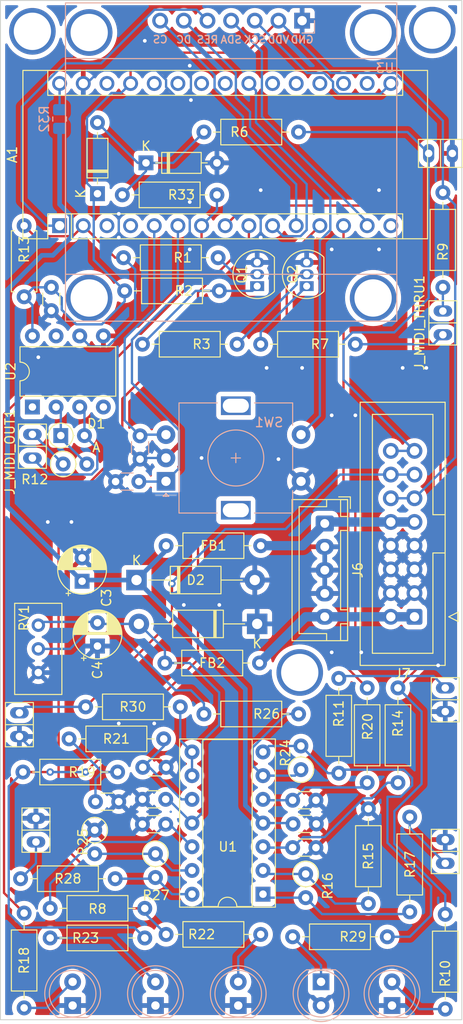
<source format=kicad_pcb>
(kicad_pcb (version 20211014) (generator pcbnew)
  (layers (0 "F.Cu" signal) (31 "B.Cu" signal) (34 "B.Paste" user) (35 "F.Paste" user) (36 "B.SilkS" user "B.Silkscreen") (37 "F.SilkS" user "F.Silkscreen") (38 "B.Mask" user) (39 "F.Mask" user) (44 "Edge.Cuts" user))
  (net 0 "")
  (net 1 "MIDI RX")
  (net 3 "SPI Reset")
  (net 5 "Encoder CLK")
  (net 6 "Encoder DT")
  (net 7 "Gate Pin")
  (net 8 "Velocity PWM")
  (net 9 "Mod Wheel PWM")
  (net 10 "SPI DC")
  (net 11 "SPI CS")
  (net 12 "V{slash}oct PWM")
  (net 13 "Pitch Wheel PWM")
  (net 14 "SPI MOSI")
  (net 16 "SPI SLK")
  (net 22 "Encoder Button")
  (net 27 "+5V")
  (net 29 "Earth")
  (net 30 "+12V")
  (net 31 "-12V")
  (net 32 "Net-(C6-Pad1)")
  (net 33 "Net-(C7-Pad1)")
  (net 34 "Net-(C8-Pad1)")
  (net 35 "Net-(C9-Pad1)")
  (net 36 "Net-(C10-Pad1)")
  (net 37 "Net-(D1-Pad1)")
  (net 38 "Net-(D1-Pad2)")
  (net 39 "Net-(D4-Pad2)")
  (net 40 "Net-(J_MIDI_OUT1-Pad4)")
  (net 41 "Net-(J_MIDI_THRU1-Pad4)")
  (net 42 "Net-(J_MIDI_THRU1-Pad5)")
  (net 43 "Net-(LED_MOD1-Pad2)")
  (net 44 "Net-(LED_V/oct1-Pad2)")
  (net 45 "Net-(LED_VELOCITY1-Pad2)")
  (net 46 "Net-(Q1-Pad1)")
  (net 47 "Net-(Q1-Pad2)")
  (net 48 "Net-(Q2-Pad1)")
  (net 49 "Net-(Q2-Pad2)")
  (net 50 "12V In")
  (net 51 "-12V In")
  (net 52 "Net-(R11-Pad1)")
  (net 53 "Net-(J3-PadT)")
  (net 54 "Net-(R15-Pad2)")
  (net 55 "Net-(R16-Pad2)")
  (net 56 "Net-(J1-PadT)")
  (net 57 "Net-(R24-Pad1)")
  (net 58 "Net-(R25-Pad2)")
  (net 59 "Net-(R26-Pad1)")
  (net 60 "Net-(R27-Pad2)")
  (net 61 "Net-(J4-PadT)")
  (net 62 "Net-(R30-Pad1)")
  (net 65 "Net-(A1-Pad30)")
  (net 66 "V{slash}oct  Out")
  (net 67 "Gate  Out")
  (net 68 "Net-(D5-Pad2)")
  (net 69 "Net-(LED_Bend1-Pad1)")
  (footprint "" (layer "F.Cu") (at 170.815 70.485)
    (fp_text reference "")
    (fp_text value "")
  )
  (footprint "Capacitor_THT:C_Disc_D3.0mm_W1.6mm_P2.50mm" (layer "F.Cu") (at 134.66 153.162)
    (fp_text reference "C7" hide)
    (fp_text value "100nF" hide)
  )
  (footprint "Library:SIP-2" (layer "F.Cu") (at 171.958 101.854 -90)
    (fp_text reference "J_MIDI_THRU1")
    (fp_text value "DIN-5_180degree" hide)
  )
  (footprint "Capacitor_THT:C_Disc_D3.0mm_W1.6mm_P2.50mm" (layer "F.Cu") (at 139.7 152.908)
    (fp_text reference "C2" hide)
    (fp_text value "100nF" hide)
  )
  (footprint "Resistor_THT:R_Axial_DIN0207_L6.3mm_D2.5mm_P2.54mm_Vertical" (layer "F.Cu") (at 156.718 149.733 90)
    (fp_text reference "R24")
    (fp_text value "100k")
  )
  (footprint "Library:Jack breakcout cables" (layer "F.Cu") (at 172.212 158.496 90)
    (fp_text reference "J1" hide)
    (fp_text value "Velocity")
  )
  (footprint "Library:Jack breakcout cables" (layer "F.Cu") (at 128.27 156.21 90)
    (fp_text reference "J4" hide)
    (fp_text value "MOD WHEEL")
  )
  (footprint "Resistor_THT:R_Axial_DIN0207_L6.3mm_D2.5mm_P10.16mm_Horizontal" (layer "F.Cu") (at 136.779 161.417 180)
    (fp_text reference "R28")
    (fp_text value "1k")
  )
  (footprint "Package_TO_SOT_THT:TO-92_Inline" (layer "F.Cu") (at 157.332 97.917 90)
    (fp_text reference "Q2")
    (fp_text value "BC548")
  )
  (footprint "Library:SIP-2" (layer "F.Cu") (at 127.889 115.072 -90)
    (fp_text reference "J_MIDI_OUT1")
    (fp_text value "DIN-5_180degree" hide)
  )
  (footprint "Capacitor_THT:C_Disc_D3.0mm_W1.6mm_P2.50mm" (layer "F.Cu") (at 155.829 158.086)
    (fp_text reference "C6" hide)
    (fp_text value "100nF" hide)
  )
  (footprint "Resistor_THT:R_Axial_DIN0207_L6.3mm_D2.5mm_P2.54mm_Vertical" (layer "F.Cu") (at 131.191 116.977)
    (fp_text reference "R12")
    (fp_text value "220R")
  )
  (footprint "Library:Jack breakcout cables" (layer "F.Cu") (at 126.492 144.907 -90)
    (fp_text reference "J5" hide)
    (fp_text value "V/oct OUT")
  )
  (footprint "Resistor_THT:R_Axial_DIN0207_L6.3mm_D2.5mm_P10.16mm_Horizontal" (layer "F.Cu") (at 147.955 98.425 180)
    (fp_text reference "R2")
    (fp_text value "2k")
  )
  (footprint "Resistor_THT:R_Axial_DIN0207_L6.3mm_D2.5mm_P10.16mm_Horizontal" (layer "F.Cu") (at 131.826 146.431)
    (fp_text reference "R21")
    (fp_text value "10k")
  )
  (footprint "Capacitor_THT:C_Disc_D3.0mm_W1.6mm_P2.50mm" (layer "F.Cu") (at 155.829 153.006)
    (fp_text reference "C9" hide)
    (fp_text value "100nF" hide)
  )
  (footprint "Capacitor_THT:CP_Radial_D5.0mm_P2.50mm" (layer "F.Cu") (at 133.223 129.54 90)
    (fp_text reference "C3")
    (fp_text value "22uF")
  )
  (footprint "Resistor_THT:R_Axial_DIN0207_L6.3mm_D2.5mm_P2.54mm_Vertical" (layer "F.Cu") (at 157.226 160.909 -90)
    (fp_text reference "R16")
    (fp_text value "100k")
  )
  (footprint "Resistor_THT:R_Axial_DIN0207_L6.3mm_D2.5mm_P2.54mm_Vertical" (layer "F.Cu") (at 141.097 158.75 -90)
    (fp_text reference "R27")
    (fp_text value "100k")
  )
  (footprint "Resistor_THT:R_Axial_DIN0207_L6.3mm_D2.5mm_P10.16mm_Horizontal" (layer "F.Cu") (at 160.782 150.114 90)
    (fp_text reference "R11")
    (fp_text value "1k")
  )
  (footprint "Library:Jack breakcout cables" (layer "F.Cu") (at 172.212 142.24 -90)
    (fp_text reference "J3" hide)
    (fp_text value "Bend Out")
  )
  (footprint "Resistor_THT:R_Axial_DIN0207_L6.3mm_D2.5mm_P10.16mm_Horizontal" (layer "F.Cu") (at 163.83 140.97 -90)
    (fp_text reference "R20")
    (fp_text value "10k")
  )
  (footprint "Resistor_THT:R_Axial_DIN0207_L6.3mm_D2.5mm_P10.16mm_Horizontal" (layer "F.Cu") (at 143.764 143.002 180)
    (fp_text reference "R30")
    (fp_text value "1k")
  )
  (footprint "Diode_THT:D_DO-35_SOD27_P7.62mm_Horizontal" (layer "F.Cu") (at 134.874 88.011 90)
    (fp_text reference "D5" hide)
    (fp_text value "BAT43")
  )
  (footprint "Resistor_THT:R_Axial_DIN0207_L6.3mm_D2.5mm_P10.16mm_Horizontal" (layer "F.Cu") (at 162.56 104.14 180)
    (fp_text reference "R7")
    (fp_text value "220R")
  )
  (footprint "Resistor_THT:R_Axial_DIN0207_L6.3mm_D2.5mm_P10.16mm_Horizontal" (layer "F.Cu") (at 146.304 143.764)
    (fp_text reference "R26")
    (fp_text value "100k")
  )
  (footprint "Resistor_THT:R_Axial_DIN0207_L6.3mm_D2.5mm_P10.16mm_Horizontal" (layer "F.Cu") (at 147.828 94.869 180)
    (fp_text reference "R1")
    (fp_text value "1k")
  )
  (footprint "Capacitor_THT:C_Disc_D3.0mm_W1.6mm_P2.50mm" (layer "F.Cu") (at 142.2 155.575 180)
    (fp_text reference "C8" hide)
    (fp_text value "100nF" hide)
  )
  (footprint "Capacitor_THT:C_Disc_D3.0mm_W1.6mm_P2.50mm" (layer "F.Cu") (at 139.74 149.479)
    (fp_text reference "C10" hide)
    (fp_text value "100nF" hide)
  )
  (footprint "Resistor_THT:R_Axial_DIN0207_L6.3mm_D2.5mm_P10.16mm_Horizontal" (layer "F.Cu") (at 163.957 153.924 -90)
    (fp_text reference "R15")
    (fp_text value "100k")
  )
  (footprint "Resistor_THT:R_Axial_DIN0207_L6.3mm_D2.5mm_P10.16mm_Horizontal" (layer "F.Cu") (at 152.273 138.303 180)
    (fp_text reference "FB2")
    (fp_text value "FerriteBead" hide)
  )
  (footprint "Resistor_THT:R_Axial_DIN0207_L6.3mm_D2.5mm_P7.62mm_Horizontal" (layer "F.Cu") (at 127 91.44 -90)
    (fp_text reference "R13")
    (fp_text value "2K")
  )
  (footprint "Resistor_THT:R_Axial_DIN0207_L6.3mm_D2.5mm_P10.16mm_Horizontal" (layer "F.Cu") (at 126.873 149.987)
    (fp_text reference "R19")
    (fp_text value "10k")
  )
  (footprint "Diode_THT:D_DO-41_SOD81_P12.70mm_Horizontal" (layer "F.Cu") (at 139.065 129.413)
    (fp_text reference "D2")
    (fp_text value "1N4001")
  )
  (footprint "Resistor_THT:R_Axial_DIN0207_L6.3mm_D2.5mm_P10.16mm_Horizontal" (layer "F.Cu") (at 139.954 164.592 180)
    (fp_text reference "R8")
    (fp_text value "10k")
  )
  (footprint "Capacitor_THT:CP_Radial_D5.0mm_P2.50mm" (layer "F.Cu") (at 134.874 136.485 90)
    (fp_text reference "C4")
    (fp_text value "22uF")
  )
  (footprint "Package_DIP:DIP-8_W7.62mm" (layer "F.Cu") (at 127.889 110.871 90)
    (fp_text reference "U2")
    (fp_text value "6N137")
  )
  (footprint "Resistor_THT:R_Axial_DIN0207_L6.3mm_D2.5mm_P10.16mm_Horizontal" (layer "F.Cu") (at 171.958 87.884 -90)
    (fp_text reference "R9")
    (fp_text value "220R")
  )
  (footprint "Resistor_THT:R_Axial_DIN0207_L6.3mm_D2.5mm_P10.16mm_Horizontal" (layer "F.Cu") (at 172.212 165.227 -90)
    (fp_text reference "R10")
    (fp_text value "1k")
  )
  (footprint "Resistor_THT:R_Axial_DIN0207_L6.3mm_D2.5mm_P10.16mm_Horizontal" (layer "F.Cu") (at 147.701 88.138 180)
    (fp_text reference "R33")
    (fp_text value "1k")
  )
  (footprint "Package_DIP:DIP-14_W7.62mm_Socket" (layer "F.Cu") (at 152.644 163.073 180)
    (fp_text reference "U1")
    (fp_text value "TL074")
  )
  (footprint "Capacitor_THT:C_Disc_D3.0mm_W1.6mm_P2.50mm" (layer "F.Cu") (at 129.921 98.044 -90)
    (fp_text reference "C5" hide)
    (fp_text value "100nF" hide)
  )
  (footprint "Module:Arduino_Nano" (layer "F.Cu") (at 130.81 91.44 90)
    (fp_text reference "A1")
    (fp_text value "Arduino_Nano_v3.x")
  )
  (footprint "Resistor_THT:R_Axial_DIN0207_L6.3mm_D2.5mm_P2.54mm_Vertical" (layer "F.Cu") (at 134.58 156.21 -90)
    (fp_text reference "R25")
    (fp_text value "100k")
  )
  (footprint "Resistor_THT:R_Axial_DIN0207_L6.3mm_D2.5mm_P10.16mm_Horizontal" (layer "F.Cu") (at 127 165.1 -90)
    (fp_text reference "R18")
    (fp_text value "1k")
  )
  (footprint "" (layer "F.Cu") (at 156.591 139.319)
    (fp_text reference "")
    (fp_text value "")
  )
  (footprint "Diode_THT:D_DO-35_SOD27_P7.62mm_Horizontal" (layer "F.Cu") (at 140.081 84.709)
    (fp_text reference "D6" hide)
    (fp_text value "BAT43")
  )
  (footprint "Resistor_THT:R_Axial_DIN0207_L6.3mm_D2.5mm_P10.16mm_Horizontal" (layer "F.Cu") (at 129.794 167.767)
    (fp_text reference "R23")
    (fp_text value "1k")
  )
  (footprint "" (layer "F.Cu") (at 127.889 70.612)
    (fp_text reference "")
    (fp_text value "")
  )
  (footprint "Resistor_THT:R_Axial_DIN0207_L6.3mm_D2.5mm_P10.16mm_Horizontal" (layer "F.Cu") (at 149.86 104.14 180)
    (fp_text reference "R3")
    (fp_text value "1k")
  )
  (footprint "Resistor_THT:R_Axial_DIN0207_L6.3mm_D2.5mm_P10.16mm_Horizontal" (layer "F.Cu") (at 165.989 167.64 180)
    (fp_text reference "R29")
    (fp_text value "3.3k")
  )
  (footprint "Connector_IDC:IDC-Header_2x08_P2.54mm_Vertical" (layer "F.Cu") (at 168.91 133.35 180)
    (fp_text reference "J7")
    (fp_text value "Eurorack power connector")
  )
  (footprint "Resistor_THT:R_Axial_DIN0207_L6.3mm_D2.5mm_P10.16mm_Horizontal" (layer "F.Cu") (at 168.402 164.973 90)
    (fp_text reference "R17")
    (fp_text value "1k")
  )
  (footprint "Connector_JST:JST_XH_B5B-XH-A_1x05_P2.50mm_Vertical" (layer "F.Cu") (at 159.275 123.35 -90)
    (fp_text reference "J6")
    (fp_text value "Power connector")
  )
  (footprint "Resistor_THT:R_Axial_DIN0207_L6.3mm_D2.5mm_P10.16mm_Horizontal" (layer "F.Cu") (at 146.304 81.407)
    (fp_text reference "R6")
    (fp_text value "1k")
  )
  (footprint "Capacitor_THT:C_Disc_D3.0mm_W1.6mm_P2.50mm" (layer "F.Cu") (at 155.869 155.546)
    (fp_text reference "C1" hide)
    (fp_text value "100nF" hide)
  )
  (footprint "Diode_THT:D_DO-35_SOD27_P2.54mm_Vertical_AnodeUp" (layer "F.Cu") (at 130.937 113.929)
    (fp_text reference "D1")
    (fp_text value "1N4148" hide)
  )
  (footprint "Resistor_THT:R_Axial_DIN0207_L6.3mm_D2.5mm_P10.16mm_Horizontal" (layer "F.Cu") (at 152.4 167.386 180)
    (fp_text reference "R22")
    (fp_text value "1k")
  )
  (footprint "Library:Jack breakcout cables" (layer "F.Cu") (at 171.704 83.693)
    (fp_text reference "J2" hide)
    (fp_text value "GATE OUT")
  )
  (footprint "Diode_THT:D_DO-41_SOD81_P12.70mm_Horizontal" (layer "F.Cu") (at 152.019 134.112 180)
    (fp_text reference "D3" hide)
    (fp_text value "1N4001")
  )
  (footprint "Resistor_THT:R_Axial_DIN0207_L6.3mm_D2.5mm_P10.16mm_Horizontal" (layer "F.Cu") (at 152.4 125.73 180)
    (fp_text reference "FB1")
    (fp_text value "FerriteBead" hide)
  )
  (footprint "Potentiometer_THT:Potentiometer_Bourns_3296W_Vertical" (layer "F.Cu") (at 128.524 139.329 -90)
    (fp_text reference "RV1")
    (fp_text value "10k")
  )
  (footprint "Package_TO_SOT_THT:TO-92_Inline" (layer "F.Cu") (at 152.019 97.917 90)
    (fp_text reference "Q1")
    (fp_text value "BC548")
  )
  (footprint "Resistor_THT:R_Axial_DIN0207_L6.3mm_D2.5mm_P10.16mm_Horizontal" (layer "F.Cu") (at 167.132 140.97 -90)
    (fp_text reference "R14")
    (fp_text value "10k")
  )
  (footprint "LED_THT:LED_D5.0mm" (layer "B.Cu") (at 132.207 175.006 90)
    (fp_text reference "D4" hide)
    (fp_text value "GATE LED" hide)
  )
  (footprint "Resistor_SMD:R_0805_2012Metric_Pad1.20x1.40mm_HandSolder" (layer "B.Cu") (at 130.81 80.01 -90)
    (fp_text reference "R32")
    (fp_text value "0")
  )
  (footprint "LED_THT:LED_D5.0mm" (layer "B.Cu") (at 166.497 175.006 90)
    (fp_text reference "LED_VELOCITY1" hide)
    (fp_text value "LED" hide)
  )
  (footprint "Dr_McFishs_misc_footprints:SPI Oled dislay SH1106" (layer "B.Cu") (at 156.845 69.469 180)
    (fp_text reference "U3")
    (fp_text value "OLED_Display_SPI")
  )
  (footprint "LED_THT:LED_D5.0mm" (layer "B.Cu") (at 149.987 175.006 90)
    (fp_text reference "LED_MOD1" hide)
    (fp_text value "LED" hide)
  )
  (footprint "Rotary_Encoder:RotaryEncoder_Alps_EC11E-Switch_Vertical_H20mm" (layer "B.Cu") (at 142.229 118.832)
    (fp_text reference "SW1")
    (fp_text value "RotaryEncoder_Switch")
  )
  (footprint "Capacitor_THT:C_Disc_D3.0mm_W1.6mm_P2.50mm" (layer "B.Cu") (at 139.446 113.959 -90)
    (fp_text reference "C12" hide)
    (fp_text value "100nF" hide)
  )
  (footprint "Capacitor_THT:C_Disc_D3.0mm_W1.6mm_P2.50mm" (layer "B.Cu") (at 139.319 118.862 180)
    (fp_text reference "C11" hide)
    (fp_text value "100nF" hide)
  )
  (footprint "LED_THT:LED_D5.0mm" (layer "B.Cu") (at 158.877 172.466 -90)
    (fp_text reference "LED_Bend1" hide)
    (fp_text value "LED_RG" hide)
  )
  (footprint "LED_THT:LED_D5.0mm" (layer "B.Cu") (at 141.097 175.006 90)
    (fp_text reference "LED_V/oct1" hide)
    (fp_text value "LED" hide)
  )
  (gr_rect (start 124.46 67.305) (end 173.99 176.53) (layer "Edge.Cuts") (width 0.1) (fill none))
  (segment (start 132.225489 92.564511) (end 133.35 91.44) (width 0.25) (layer "F.Cu") (net 1))
  (segment (start 127 91.44) (end 128.124511 92.564511) (width 0.25) (layer "F.Cu") (net 1))
  (segment (start 136.779 94.869) (end 137.668 94.869) (width 0.25) (layer "F.Cu") (net 1))
  (segment (start 128.124511 92.564511) (end 132.225489 92.564511) (width 0.25) (layer "F.Cu") (net 1))
  (segment (start 133.35 91.44) (end 136.779 94.869) (width 0.25) (layer "F.Cu") (net 1))
  (segment (start 138.919511 101.430789) (end 138.919511 96.120511) (width 0.25) (layer "B.Cu") (net 1))
  (segment (start 132.969 103.251) (end 134.093511 104.375511) (width 0.25) (layer "B.Cu") (net 1))
  (segment (start 138.919511 96.120511) (end 137.668 94.869) (width 0.25) (layer "B.Cu") (net 1))
  (segment (start 134.093511 104.375511) (end 135.974789 104.375511) (width 0.25) (layer "B.Cu") (net 1))
  (segment (start 135.974789 104.375511) (end 138.919511 101.430789) (width 0.25) (layer "B.Cu") (net 1))
  (segment (start 145.510489 68.294489) (end 141.001511 68.294489) (width 0.25) (layer "B.Cu") (net 3))
  (segment (start 131.3787 74.041) (end 126.746 78.6737) (width 0.25) (layer "B.Cu") (net 3))
  (segment (start 129.413 91.44) (end 130.81 91.44) (width 0.25) (layer "B.Cu") (net 3))
  (segment (start 135.255 74.041) (end 131.3787 74.041) (width 0.25) (layer "B.Cu") (net 3))
  (segment (start 126.746 88.773) (end 129.413 91.44) (width 0.25) (layer "B.Cu") (net 3))
  (segment (start 146.685 69.469) (end 145.510489 68.294489) (width 0.25) (layer "B.Cu") (net 3))
  (segment (start 141.001511 68.294489) (end 135.255 74.041) (width 0.25) (layer "B.Cu") (net 3))
  (segment (start 126.746 78.6737) (end 126.746 88.773) (width 0.25) (layer "B.Cu") (net 3))
  (segment (start 137.795 112.308) (end 139.446 113.959) (width 0.25) (layer "B.Cu") (net 5))
  (segment (start 142.229 113.832) (end 139.573 113.832) (width 0.25) (layer "B.Cu") (net 5))
  (segment (start 140.97 91.44) (end 140.97 100.33) (width 0.25) (layer "B.Cu") (net 5))
  (segment (start 139.573 113.832) (end 139.446 113.959) (width 0.25) (layer "B.Cu") (net 5))
  (segment (start 140.97 100.33) (end 137.795 103.505) (width 0.25) (layer "B.Cu") (net 5))
  (segment (start 137.795 103.505) (end 137.795 112.308) (width 0.25) (layer "B.Cu") (net 5))
  (segment (start 143.637 117.424) (end 142.229 118.832) (width 0.25) (layer "B.Cu") (net 6))
  (segment (start 139.319 118.862) (end 142.199 118.862) (width 0.25) (layer "B.Cu") (net 6))
  (segment (start 138.575489 108.305346) (end 143.637 113.366857) (width 0.25) (layer "B.Cu") (net 6))
  (segment (start 143.637 113.366857) (end 143.637 117.424) (width 0.25) (layer "B.Cu") (net 6))
  (segment (start 143.51 98.7397) (end 138.575489 103.674211) (width 0.25) (layer "B.Cu") (net 6))
  (segment (start 138.575489 103.674211) (end 138.575489 108.305346) (width 0.25) (layer "B.Cu") (net 6))
  (segment (start 143.51 91.44) (end 143.51 98.7397) (width 0.25) (layer "B.Cu") (net 6))
  (segment (start 142.199 118.862) (end 142.229 118.832) (width 0.25) (layer "B.Cu") (net 6))
  (segment (start 135.89 106.68) (end 138.575489 103.994511) (width 0.25) (layer "F.Cu") (net 7))
  (segment (start 138.575489 103.994511) (end 138.575489 103.674211) (width 0.25) (layer "F.Cu") (net 7))
  (segment (start 129.830978 106.68) (end 135.89 106.68) (width 0.25) (layer "F.Cu") (net 7))
  (segment (start 138.575489 103.674211) (end 139.234211 103.015489) (width 0.25) (layer "F.Cu") (net 7))
  (segment (start 146.05 96.52) (end 146.05 91.44) (width 0.25) (layer "F.Cu") (net 7))
  (segment (start 127 165.1) (end 124.841 162.941) (width 0.25) (layer "F.Cu") (net 7))
  (segment (start 139.234211 103.015489) (end 139.554511 103.015489) (width 0.25) (layer "F.Cu") (net 7))
  (segment (start 139.554511 103.015489) (end 146.05 96.52) (width 0.25) (layer "F.Cu") (net 7))
  (segment (start 124.841 111.669978) (end 129.830978 106.68) (width 0.25) (layer "F.Cu") (net 7))
  (segment (start 124.841 162.941) (end 124.841 111.669978) (width 0.25) (layer "F.Cu") (net 7))
  (segment (start 147.701 89.789) (end 146.05 91.44) (width 0.25) (layer "B.Cu") (net 7))
  (segment (start 147.701 88.138) (end 147.701 89.789) (width 0.25) (layer "B.Cu") (net 7))
  (segment (start 171.704 136.398) (end 167.132 140.97) (width 0.25) (layer "F.Cu") (net 8))
  (segment (start 168.783 91.059) (end 168.783 109.855) (width 0.25) (layer "F.Cu") (net 8))
  (segment (start 148.59 91.44) (end 150.749 89.281) (width 0.25) (layer "F.Cu") (net 8))
  (segment (start 167.005 89.281) (end 168.783 91.059) (width 0.25) (layer "F.Cu") (net 8))
  (segment (start 171.704 112.776) (end 171.704 136.398) (width 0.25) (layer "F.Cu") (net 8))
  (segment (start 150.749 89.281) (end 167.005 89.281) (width 0.25) (layer "F.Cu") (net 8))
  (segment (start 168.783 109.855) (end 171.704 112.776) (width 0.25) (layer "F.Cu") (net 8))
  (segment (start 167.132 140.97) (end 169.672 143.51) (width 0.25) (layer "B.Cu") (net 8))
  (segment (start 166.751 157.672582) (end 172.212 163.133582) (width 0.25) (layer "B.Cu") (net 8))
  (segment (start 169.672 143.51) (end 169.672 151.257) (width 0.25) (layer "B.Cu") (net 8))
  (segment (start 169.672 151.257) (end 166.751 154.178) (width 0.25) (layer "B.Cu") (net 8))
  (segment (start 172.212 163.133582) (end 172.212 165.227) (width 0.25) (layer "B.Cu") (net 8))
  (segment (start 166.751 154.178) (end 166.751 157.672582) (width 0.25) (layer "B.Cu") (net 8))
  (segment (start 145.669 101.854) (end 145.669 98.6183) (width 0.25) (layer "F.Cu") (net 9))
  (segment (start 151.13 93.1573) (end 151.13 91.44) (width 0.25) (layer "F.Cu") (net 9))
  (segment (start 137.922 164.592) (end 130.701489 157.371489) (width 0.25) (layer "F.Cu") (net 9))
  (segment (start 130.701489 157.371489) (end 130.701489 122.282511) (width 0.25) (layer "F.Cu") (net 9))
  (segment (start 137.541 109.982) (end 145.669 101.854) (width 0.25) (layer "F.Cu") (net 9))
  (segment (start 130.701489 122.282511) (end 137.541 115.443) (width 0.25) (layer "F.Cu") (net 9))
  (segment (start 145.669 98.6183) (end 151.13 93.1573) (width 0.25) (layer "F.Cu") (net 9))
  (segment (start 139.954 164.592) (end 137.922 164.592) (width 0.25) (layer "F.Cu") (net 9))
  (segment (start 137.541 115.443) (end 137.541 109.982) (width 0.25) (layer "F.Cu") (net 9))
  (segment (start 142.24 167.386) (end 139.954 165.1) (width 0.25) (layer "B.Cu") (net 9))
  (segment (start 139.954 165.1) (end 139.954 164.592) (width 0.25) (layer "B.Cu") (net 9))
  (segment (start 157.334511 91.905789) (end 157.334511 86.976511) (width 0.25) (layer "B.Cu") (net 10))
  (segment (start 154.794511 92.564511) (end 156.675789 92.564511) (width 0.25) (layer "B.Cu") (net 10))
  (segment (start 153.67 91.44) (end 154.794511 92.564511) (width 0.25) (layer "B.Cu") (net 10))
  (segment (start 151.257 79.248) (end 149.733 77.724) (width 0.25) (layer "B.Cu") (net 10))
  (segment (start 149.733 77.724) (end 149.733 75.057) (width 0.25) (layer "B.Cu") (net 10))
  (segment (start 156.675789 92.564511) (end 157.334511 91.905789) (width 0.25) (layer "B.Cu") (net 10))
  (segment (start 151.257 80.899) (end 151.257 79.248) (width 0.25) (layer "B.Cu") (net 10))
  (segment (start 157.334511 86.976511) (end 151.257 80.899) (width 0.25) (layer "B.Cu") (net 10))
  (segment (start 149.733 75.057) (end 144.145 69.469) (width 0.25) (layer "B.Cu") (net 10))
  (segment (start 150.495 79.756) (end 150.495 81.28) (width 0.25) (layer "B.Cu") (net 11))
  (segment (start 141.605 69.469) (end 147.447 75.311) (width 0.25) (layer "B.Cu") (net 11))
  (segment (start 147.447 75.311) (end 147.447 76.708) (width 0.25) (layer "B.Cu") (net 11))
  (segment (start 156.21 86.995) (end 156.21 91.44) (width 0.25) (layer "B.Cu") (net 11))
  (segment (start 150.495 81.28) (end 156.21 86.995) (width 0.25) (layer "B.Cu") (net 11))
  (segment (start 147.447 76.708) (end 150.495 79.756) (width 0.25) (layer "B.Cu") (net 11))
  (segment (start 133.985 149.606) (end 133.604 149.987) (width 0.25) (layer "F.Cu") (net 12))
  (segment (start 145.669 137.922) (end 145.669 119.253) (width 0.25) (layer "F.Cu") (net 12))
  (segment (start 145.669 119.253) (end 155.194 109.728) (width 0.25) (layer "F.Cu") (net 12))
  (segment (start 126.873 149.987) (end 129.413 149.987) (width 0.25) (layer "F.Cu") (net 12))
  (segment (start 155.194 94.996) (end 158.75 91.44) (width 0.25) (layer "F.Cu") (net 12))
  (segment (start 129.413 149.987) (end 129.794 149.987) (width 0.25) (layer "F.Cu") (net 12))
  (segment (start 155.194 109.728) (end 155.194 94.996) (width 0.25) (layer "F.Cu") (net 12))
  (segment (start 133.985 149.606) (end 145.669 137.922) (width 0.25) (layer "F.Cu") (net 12))
  (via (at 133.604 149.987) (size 0.8) (drill 0.4) (layers "F.Cu" "B.Cu") (net 12))
  (via (at 129.794 149.987) (size 0.8) (drill 0.4) (layers "F.Cu" "B.Cu") (net 12))
  (segment (start 139.954 167.767) (end 138.829489 166.642489) (width 0.25) (layer "B.Cu") (net 12))
  (segment (start 126.889509 166.642489) (end 125.349 165.10198) (width 0.25) (layer "B.Cu") (net 12))
  (segment (start 133.604 149.987) (end 129.794 149.987) (width 0.25) (layer "B.Cu") (net 12))
  (segment (start 125.349 151.511) (end 126.873 149.987) (width 0.25) (layer "B.Cu") (net 12))
  (segment (start 138.829489 166.642489) (end 126.889509 166.642489) (width 0.25) (layer "B.Cu") (net 12))
  (segment (start 125.349 165.10198) (end 125.349 151.511) (width 0.25) (layer "B.Cu") (net 12))
  (segment (start 161.835489 136.859897) (end 162.56 136.135386) (width 0.25) (layer "F.Cu") (net 13))
  (segment (start 163.83 140.97) (end 161.835489 138.975489) (width 0.25) (layer "F.Cu") (net 13))
  (segment (start 161.835489 138.975489) (end 161.835489 136.859897) (width 0.25) (layer "F.Cu") (net 13))
  (segment (start 161.29 120.404614) (end 161.29 91.44) (width 0.25) (layer "F.Cu") (net 13))
  (segment (start 162.56 136.135386) (end 162.56 121.674614) (width 0.25) (layer "F.Cu") (net 13))
  (segment (start 162.56 121.674614) (end 161.29 120.404614) (width 0.25) (layer "F.Cu") (net 13))
  (segment (start 152.527 72.771) (end 152.527 79.756) (width 0.25) (layer "B.Cu") (net 14))
  (segment (start 163.83 91.059) (end 163.83 91.44) (width 0.25) (layer "B.Cu") (net 14))
  (segment (start 152.527 79.756) (end 163.83 91.059) (width 0.25) (layer "B.Cu") (net 14))
  (segment (start 149.225 69.469) (end 152.527 72.771) (width 0.25) (layer "B.Cu") (net 14))
  (segment (start 159.215789 75.075489) (end 160.165489 76.025189) (width 0.25) (layer "B.Cu") (net 16))
  (segment (start 160.165489 76.025189) (end 160.165489 76.726489) (width 0.25) (layer "B.Cu") (net 16))
  (segment (start 160.763511 77.324511) (end 165.245489 77.324511) (width 0.25) (layer "B.Cu") (net 16))
  (segment (start 160.165489 76.726489) (end 160.763511 77.324511) (width 0.25) (layer "B.Cu") (net 16))
  (segment (start 157.371489 75.075489) (end 159.215789 75.075489) (width 0.25) (layer "B.Cu") (net 16))
  (segment (start 151.765 69.469) (end 157.371489 75.075489) (width 0.25) (layer "B.Cu") (net 16))
  (segment (start 165.245489 77.324511) (end 166.37 76.2) (width 0.25) (layer "B.Cu") (net 16))
  (segment (start 159.874511 88.373511) (end 159.874511 91.905789) (width 0.25) (layer "B.Cu") (net 22))
  (segment (start 151.13 76.2) (end 151.892 76.962) (width 0.25) (layer "B.Cu") (net 22))
  (segment (start 159.874511 91.905789) (end 158.75 93.0303) (width 0.25) (layer "B.Cu") (net 22))
  (segment (start 151.892 76.962) (end 151.892 80.391) (width 0.25) (layer "B.Cu") (net 22))
  (segment (start 151.892 80.391) (end 159.874511 88.373511) (width 0.25) (layer "B.Cu") (net 22))
  (segment (start 158.75 111.811) (end 156.729 113.832) (width 0.25) (layer "B.Cu") (net 22))
  (segment (start 158.75 93.0303) (end 158.75 111.811) (width 0.25) (layer "B.Cu") (net 22))
  (segment (start 138.43 74.295) (end 139.827 72.898) (width 0.25) (layer "F.Cu") (net 27))
  (segment (start 139.827 72.898) (end 150.876 72.898) (width 0.25) (layer "F.Cu") (net 27))
  (segment (start 150.876 72.898) (end 154.305 69.469) (width 0.25) (layer "F.Cu") (net 27))
  (segment (start 138.43 76.2) (end 138.43 74.295) (width 0.25) (layer "F.Cu") (net 27))
  (segment (start 134.874 88.011) (end 133.749489 86.886489) (width 0.25) (layer "B.Cu") (net 27))
  (segment (start 131.045511 100.457) (end 131.045511 99.168511) (width 0.25) (layer "B.Cu") (net 27))
  (segment (start 134.474511 95.104511) (end 134.474511 88.410489) (width 0.25) (layer "B.Cu") (net 27))
  (segment (start 134.474511 88.410489) (end 134.874 88.011) (width 0.25) (layer "B.Cu") (net 27))
  (segment (start 127.889 99.949) (end 127 99.06) (width 0.25) (layer "B.Cu") (net 27))
  (segment (start 137.414 77.216) (end 138.43 76.2) (width 0.25) (layer "B.Cu") (net 27))
  (segment (start 166.37 120.65) (end 168.91 120.65) (width 0.25) (layer "B.Cu") (net 27))
  (segment (start 173.28252 89.20852) (end 173.28252 116.27748) (width 0.25) (layer "B.Cu") (net 27))
  (segment (start 128.016 98.044) (end 129.921 98.044) (width 0.25) (layer "B.Cu") (net 27))
  (segment (start 137.795 99.55637) (end 135.339859 102.011511) (width 0.25) (layer "B.Cu") (net 27))
  (segment (start 154.305 69.469) (end 159.911489 75.075489) (width 0.25) (layer "B.Cu") (net 27))
  (segment (start 166.835789 75.075489) (end 171.958 80.1977) (width 0.25) (layer "B.Cu") (net 27))
  (segment (start 135.339859 102.011511) (end 132.600022 102.011511) (width 0.25) (layer "B.Cu") (net 27))
  (segment (start 133.749489 86.886489) (end 133.749489 79.846022) (width 0.25) (layer "B.Cu") (net 27))
  (segment (start 127 99.06) (end 128.016 98.044) (width 0.25) (layer "B.Cu") (net 27))
  (segment (start 171.958 80.1977) (end 171.958 87.884) (width 0.25) (layer "B.Cu") (net 27))
  (segment (start 127.889 103.251) (end 127.889 99.949) (width 0.25) (layer "B.Cu") (net 27))
  (segment (start 131.045511 99.168511) (end 129.921 98.044) (width 0.25) (layer "B.Cu") (net 27))
  (segment (start 137.795 98.425) (end 137.795 99.55637) (width 0.25) (layer "B.Cu") (net 27))
  (segment (start 137.795 98.425) (end 134.474511 95.104511) (width 0.25) (layer "B.Cu") (net 27))
  (segment (start 171.958 87.884) (end 173.28252 89.20852) (width 0.25) (layer "B.Cu") (net 27))
  (segment (start 132.600022 102.011511) (end 131.045511 100.457) (width 0.25) (layer "B.Cu") (net 27))
  (segment (start 136.379511 77.216) (end 137.414 77.216) (width 0.25) (layer "B.Cu") (net 27))
  (segment (start 173.28252 116.27748) (end 168.91 120.65) (width 0.25) (layer "B.Cu") (net 27))
  (segment (start 133.749489 79.846022) (end 136.379511 77.216) (width 0.25) (layer "B.Cu") (net 27))
  (segment (start 159.911489 75.075489) (end 166.835789 75.075489) (width 0.25) (layer "B.Cu") (net 27))
  (segment (start 142.460804 116.309804) (end 142.483 116.332) (width 1) (layer "F.Cu") (net 29))
  (via (at 154.305 116.459) (size 0.8) (drill 0.4) (layers "F.Cu" "B.Cu") (net 29))
  (via (at 132.08 123.19) (size 0.8) (drill 0.4) (layers "F.Cu" "B.Cu") (net 29))
  (via (at 137.16 144.78) (size 0.8) (drill 0.4) (layers "F.Cu" "B.Cu") (net 29))
  (via (at 129.54 123.19) (size 0.8) (drill 0.4) (layers "F.Cu" "B.Cu") (net 29))
  (via (at 128.524 105.537) (size 0.8) (drill 0.4) (layers "F.Cu" "B.Cu") (net 29))
  (via (at 165.1 93.98) (size 0.8) (drill 0.4) (layers "F.Cu" "B.Cu") (net 29))
  (via (at 144.907 77.978) (size 0.8) (drill 0.4) (layers "F.Cu" "B.Cu") (net 29))
  (via (at 160.02 111.76) (size 0.8) (drill 0.4) (layers "F.Cu" "B.Cu") (net 29))
  (via (at 153.035 106.68) (size 0.8) (drill 0.4) (layers "F.Cu" "B.Cu") (net 29))
  (via (at 144.78 88.9) (size 0.8) (drill 0.4) (layers "F.Cu" "B.Cu") (net 29))
  (via (at 137.16 90.17) (size 0.8) (drill 0.4) (layers "F.Cu" "B.Cu") (net 29))
  (via (at 144.78 74.295) (size 0.8) (drill 0.4) (layers "F.Cu" "B.Cu") (net 29))
  (via (at 152.4 87.63) (size 0.8) (drill 0.4) (layers "F.Cu" "B.Cu") (net 29))
  (via (at 160.02 93.98) (size 0.8) (drill 0.4) (layers "F.Cu" "B.Cu") (net 29))
  (via (at 170.18 106.68) (size 0.8) (drill 0.4) (layers "F.Cu" "B.Cu") (net 29))
  (via (at 160.02 137.16) (size 0.8) (drill 0.4) (layers "F.Cu" "B.Cu") (net 29))
  (via (at 140.97 144.78) (size 0.8) (drill 0.4) (layers "F.Cu" "B.Cu") (net 29))
  (via (at 163.195 137.16) (size 0.8) (drill 0.4) (layers "F.Cu" "B.Cu") (net 29))
  (via (at 171.45 138.557) (size 0.8) (drill 0.4) (layers "F.Cu" "B.Cu") (net 29))
  (via (at 152.4 92.71) (size 0.8) (drill 0.4) (layers "F.Cu" "B.Cu") (net 29))
  (via (at 139.954 71.628) (size 0.8) (drill 0.4) (layers "F.Cu" "B.Cu") (net 29))
  (via (at 167.64 106.68) (size 0.8) (drill 0.4) (layers "F.Cu" "B.Cu") (net 29))
  (via (at 147.955 132.08) (size 0.8) (drill 0.4) (layers "F.Cu" "B.Cu") (net 29))
  (via (at 146.05 116.332) (size 0.8) (drill 0.4) (layers "F.Cu" "B.Cu") (net 29))
  (via (at 137.16 92.71) (size 0.8) (drill 0.4) (layers "F.Cu" "B.Cu") (net 29))
  (via (at 156.845 106.68) (size 0.8) (drill 0.4) (layers "F.Cu" "B.Cu") (net 29))
  (via (at 144.78 93.98) (size 0.8) (drill 0.4) (layers "F.Cu" "B.Cu") (net 29))
  (via (at 165.1 87.63) (size 0.8) (drill 0.4) (layers "F.Cu" "B.Cu") (net 29))
  (via (at 162.56 111.76) (size 0.8) (drill 0.4) (layers "F.Cu" "B.Cu") (net 29))
  (via (at 144.145 132.08) (size 0.8) (drill 0.4) (layers "F.Cu" "B.Cu") (net 29))
  (segment (start 146.826511 120.156511) (end 155.404489 120.156511) (width 0.25) (layer "B.Cu") (net 29))
  (segment (start 137.16 92.71) (end 137.16 90.17) (width 0.25) (layer "B.Cu") (net 29))
  (segment (start 138.113511 120.156511) (end 146.826511 120.156511) (width 0.25) (layer "B.Cu") (net 29))
  (segment (start 171.45 138.557) (end 171.45 133.35) (width 0.25) (layer "B.Cu") (net 29))
  (segment (start 139.446 116.459) (end 137.043 118.862) (width 0.25) (layer "B.Cu") (net 29))
  (segment (start 141.224 74.803) (end 135.128718 74.803) (width 0.25) (layer "B.Cu") (net 29))
  (segment (start 137.043 118.862) (end 136.819 118.862) (width 0.25) (layer "B.Cu") (net 29))
  (segment (start 132.03 139.329) (end 128.524 139.329) (width 0.5) (layer "B.Cu") (net 29))
  (segment (start 155.404489 120.156511) (end 156.729 118.832) (width 0.25) (layer "B.Cu") (net 29))
  (segment (start 139.573 116.332) (end 139.446 116.459) (width 0.25) (layer "B.Cu") (net 29))
  (segment (start 171.45 133.35) (end 168.91 130.81) (width 0.25) (layer "B.Cu") (net 29))
  (segment (start 142.229 116.332) (end 139.573 116.332) (width 0.25) (layer "B.Cu") (net 29))
  (segment (start 136.819 118.862) (end 138.113511 120.156511) (width 0.25) (layer "B.Cu") (net 29))
  (segment (start 146.558 79.502) (end 145.161 79.502) (width 0.25) (layer "B.Cu") (net 29))
  (segment (start 147.701 80.645) (end 146.558 79.502) (width 0.25) (layer "B.Cu") (net 29))
  (segment (start 134.874 136.485) (end 132.03 139.329) (width 0.5) (layer "B.Cu") (net 29))
  (segment (start 147.701 84.709) (end 147.701 80.645) (width 0.25) (layer "B.Cu") (net 29))
  (segment (start 142.24 76.581) (end 142.24 75.819) (width 0.25) (layer "B.Cu") (net 29))
  (segment (start 166.29 128.35) (end 166.37 128.27) (width 0.25) (layer "B.Cu") (net 29))
  (segment (start 152.4 92.71) (end 152.4 87.63) (width 0.25) (layer "B.Cu") (net 29))
  (segment (start 129.54 123.19) (end 132.08 123.19) (width 1) (layer "B.Cu") (net 29))
  (segment (start 144.907 77.978) (end 144.907 74.422) (width 0.25) (layer "B.Cu") (net 29))
  (segment (start 145.161 79.502) (end 142.24 76.581) (width 0.25) (layer "B.Cu") (net 29))
  (segment (start 135.128718 74.803) (end 133.731718 76.2) (width 0.25) (layer "B.Cu") (net 29))
  (segment (start 128.27 147.955) (end 126.492 146.177) (width 0.25) (layer "B.Cu") (net 29))
  (segment (start 128.27 154.94) (end 128.27 147.955) (width 0.25) (layer "B.Cu") (net 29))
  (segment (start 133.31 154.94) (end 134.58 156.21) (width 0.25) (layer "B.Cu") (net 29))
  (segment (start 142.24 75.819) (end 141.224 74.803) (width 0.25) (layer "B.Cu") (net 29))
  (segment (start 144.78 88.9) (end 144.78 93.98) (width 0.25) (layer "B.Cu") (net 29))
  (segment (start 152.019 129.667) (end 151.765 129.413) (width 0.25) (layer "B.Cu") (net 29))
  (segment (start 128.27 154.94) (end 133.31 154.94) (width 0.25) (layer "B.Cu") (net 29))
  (segment (start 133.223 122.458) (end 136.819 118.862) (width 0.25) (layer "B.Cu") (net 29))
  (segment (start 133.223 127.04) (end 133.223 122.458) (width 0.25) (layer "B.Cu") (net 29))
  (segment (start 144.907 74.422) (end 144.78 74.295) (width 0.25) (layer "B.Cu") (net 29))
  (segment (start 133.731718 76.2) (end 133.35 76.2) (width 0.25) (layer "B.Cu") (net 29))
  (segment (start 155.776 155.453) (end 155.869 155.546) (width 0.25) (layer "B.Cu") (net 30))
  (segment (start 132.059511 92.6465) (end 132.059511 90.403511) (width 0.5) (layer "B.Cu") (net 30))
  (segment (start 130.091011 94.615) (end 132.059511 92.6465) (width 0.5) (layer "B.Cu") (net 30))
  (segment (start 125.222 98.298) (end 128.905 94.615) (width 0.5) (layer "B.Cu") (net 30))
  (segment (start 150.749 153.558) (end 152.644 155.453) (width 0.5) (layer "B.Cu") (net 30))
  (segment (start 142.24 126.238) (end 142.24 125.73) (width 0.25) (layer "B.Cu") (net 30))
  (segment (start 132.059511 90.403511) (end 130.81 89.154) (width 0.5) (layer "B.Cu") (net 30))
  (segment (start 139.065 129.413) (end 133.35 129.413) (width 0.5) (layer "B.Cu") (net 30))
  (segment (start 152.644 155.453) (end 155.776 155.453) (width 0.25) (layer "B.Cu") (net 30))
  (segment (start 150.749 141.097) (end 150.749 153.558) (width 0.5) (layer "B.Cu") (net 30))
  (segment (start 130.81 89.154) (end 130.81 81.01) (width 0.5) (layer "B.Cu") (net 30))
  (segment (start 133.35 129.413) (end 133.223 129.54) (width 0.25) (layer "B.Cu") (net 30))
  (segment (start 139.065 129.413) (end 150.749 141.097) (width 0.5) (layer "B.Cu") (net 30))
  (segment (start 128.905 94.615) (end 130.091011 94.615) (width 0.5) (layer "B.Cu") (net 30))
  (segment (start 133.223 129.54) (end 125.222 121.539) (width 0.5) (layer "B.Cu") (net 30))
  (segment (start 139.065 129.413) (end 142.24 126.238) (width 0.5) (layer "B.Cu") (net 30))
  (segment (start 125.222 121.539) (end 125.222 98.298) (width 0.5) (layer "B.Cu") (net 30))
  (segment (start 139.319 134.112) (end 142.113 136.906) (width 0.25) (layer "B.Cu") (net 31))
  (segment (start 128.875 133.898) (end 128.524 134.249) (width 0.25) (layer "B.Cu") (net 31))
  (segment (start 142.113 136.906) (end 142.113 138.303) (width 0.25) (layer "B.Cu") (net 31))
  (segment (start 145.024 155.453) (end 146.148511 154.328489) (width 0.25) (layer "B.Cu") (net 31))
  (segment (start 145.024 155.453) (end 142.479 152.908) (width 0.25) (layer "B.Cu") (net 31))
  (segment (start 147.936511 141.459511) (end 144.78 138.303) (width 0.25) (layer "B.Cu") (net 31))
  (segment (start 144.78 138.303) (end 142.113 138.303) (width 0.25) (layer "B.Cu") (net 31))
  (segment (start 142.479 152.908) (end 142.2 152.908) (width 0.25) (layer "B.Cu") (net 31))
  (segment (start 146.148511 154.328489) (end 146.148511 146.713489) (width 0.25) (layer "B.Cu") (net 31))
  (segment (start 146.148511 146.713489) (end 147.936511 144.925489) (width 0.25) (layer "B.Cu") (net 31))
  (segment (start 135.001 134.112) (end 134.787 133.898) (width 0.25) (layer "B.Cu") (net 31))
  (segment (start 147.936511 144.925489) (end 147.936511 141.459511) (width 0.25) (layer "B.Cu") (net 31))
  (segment (start 134.787 133.898) (end 128.875 133.898) (width 0.25) (layer "B.Cu") (net 31))
  (segment (start 139.319 134.112) (end 135.001 134.112) (width 0.25) (layer "B.Cu") (net 31))
  (segment (start 166.00063 151.13) (end 164.331141 152.799489) (width 0.25) (layer "B.Cu") (net 32))
  (segment (start 164.331141 152.799489) (end 163.430511 152.799489) (width 0.25) (layer "B.Cu") (net 32))
  (segment (start 163.430511 152.799489) (end 159.268511 156.961489) (width 0.25) (layer "B.Cu") (net 32))
  (segment (start 155.829 158.086) (end 152.737 158.086) (width 0.25) (layer "B.Cu") (net 32))
  (segment (start 159.268511 156.961489) (end 156.953511 156.961489) (width 0.25) (layer "B.Cu") (net 32))
  (segment (start 156.953511 156.961489) (end 155.829 158.086) (width 0.25) (layer "B.Cu") (net 32))
  (segment (start 167.132 151.13) (end 166.00063 151.13) (width 0.25) (layer "B.Cu") (net 32))
  (segment (start 152.737 158.086) (end 152.644 157.993) (width 0.25) (layer "B.Cu") (net 32))
  (segment (start 134.66 150.709) (end 134.66 153.162) (width 0.25) (layer "B.Cu") (net 33))
  (segment (start 137.033 149.987) (end 135.382 149.987) (width 0.25) (layer "B.Cu") (net 33))
  (segment (start 135.382 149.987) (end 131.826 146.431) (width 0.25) (layer "B.Cu") (net 33))
  (segment (start 135.382 149.987) (end 134.66 150.709) (width 0.25) (layer "B.Cu") (net 33))
  (segment (start 145.024 157.993) (end 142.606 155.575) (width 0.25) (layer "B.Cu") (net 34))
  (segment (start 129.794 161.9457) (end 134.2597 157.48) (width 0.25) (layer "B.Cu") (net 34))
  (segment (start 134.2597 157.48) (end 140.295 157.48) (width 0.25) (layer "B.Cu") (net 34))
  (segment (start 140.295 157.48) (end 142.2 155.575) (width 0.25) (layer "B.Cu") (net 34))
  (segment (start 142.606 155.575) (end 142.2 155.575) (width 0.25) (layer "B.Cu") (net 34))
  (segment (start 129.794 164.592) (end 129.794 161.9457) (width 0.25) (layer "B.Cu") (net 34))
  (segment (start 157.197 151.638) (end 155.829 153.006) (width 0.25) (layer "B.Cu") (net 35))
  (segment (start 152.737 153.006) (end 152.644 152.913) (width 0.25) (layer "B.Cu") (net 35))
  (segment (start 163.322 151.638) (end 157.197 151.638) (width 0.25) (layer "B.Cu") (net 35))
  (segment (start 163.83 151.13) (end 163.322 151.638) (width 0.25) (layer "B.Cu") (net 35))
  (segment (start 155.829 153.006) (end 152.737 153.006) (width 0.25) (layer "B.Cu") (net 35))
  (segment (start 145.024 152.913) (end 143.89263 152.913) (width 0.25) (layer "B.Cu") (net 36))
  (segment (start 140.45863 149.479) (end 139.74 149.479) (width 0.25) (layer "B.Cu") (net 36))
  (segment (start 139.74 149.479) (end 141.986 147.233) (width 0.25) (layer "B.Cu") (net 36))
  (segment (start 141.986 147.233) (end 141.986 146.431) (width 0.25) (layer "B.Cu") (net 36))
  (segment (start 143.89263 152.913) (end 140.45863 149.479) (width 0.25) (layer "B.Cu") (net 36))
  (segment (start 130.937 113.929) (end 130.937 114.183) (width 0.25) (layer "B.Cu") (net 37))
  (segment (start 130.937 111.379) (end 130.429 110.871) (width 0.25) (layer "B.Cu") (net 37))
  (segment (start 130.937 114.183) (end 133.731 116.977) (width 0.25) (layer "B.Cu") (net 37))
  (segment (start 130.937 113.929) (end 130.937 111.379) (width 0.25) (layer "B.Cu") (net 37))
  (segment (start 134.247489 118.101511) (end 129.648511 118.101511) (width 0.25) (layer "B.Cu") (net 38))
  (segment (start 133.477 111.379) (end 132.969 110.871) (width 0.25) (layer "B.Cu") (net 38))
  (segment (start 133.477 113.929) (end 134.855511 115.307511) (width 0.25) (layer "B.Cu") (net 38))
  (segment (start 129.648511 118.101511) (end 127.889 116.342) (width 0.25) (layer "B.Cu") (net 38))
  (segment (start 133.477 113.929) (end 133.477 111.379) (width 0.25) (layer "B.Cu") (net 38))
  (segment (start 134.855511 117.493489) (end 134.247489 118.101511) (width 0.25) (layer "B.Cu") (net 38))
  (segment (start 134.855511 115.307511) (end 134.855511 117.493489) (width 0.25) (layer "B.Cu") (net 38))
  (segment (start 127 175.26) (end 129.413 175.26) (width 0.25) (layer "B.Cu") (net 39))
  (segment (start 129.413 175.26) (end 132.207 172.466) (width 0.25) (layer "B.Cu") (net 39))
  (segment (start 131.191 116.977) (end 128.016 113.802) (width 0.25) (layer "B.Cu") (net 40))
  (segment (start 128.016 113.802) (end 127.889 113.802) (width 0.25) (layer "B.Cu") (net 40))
  (segment (start 171.958 100.584) (end 171.958 98.044) (width 0.25) (layer "B.Cu") (net 41))
  (segment (start 162.56 104.14) (end 170.942 104.14) (width 0.25) (layer "B.Cu") (net 42))
  (segment (start 170.942 104.14) (end 171.958 103.124) (width 0.25) (layer "B.Cu") (net 42))
  (segment (start 149.987 172.466) (end 149.987 169.799) (width 0.25) (layer "B.Cu") (net 43))
  (segment (start 149.987 169.799) (end 152.4 167.386) (width 0.25) (layer "B.Cu") (net 43))
  (segment (start 136.398 167.767) (end 129.794 167.767) (width 0.25) (layer "B.Cu") (net 44))
  (segment (start 141.097 172.466) (end 136.398 167.767) (width 0.25) (layer "B.Cu") (net 44))
  (segment (start 169.418 175.387) (end 166.497 172.466) (width 0.25) (layer "B.Cu") (net 45))
  (segment (start 172.212 175.387) (end 169.418 175.387) (width 0.25) (layer "B.Cu") (net 45))
  (segment (start 145.415 98.425) (end 139.7 104.14) (width 0.25) (layer "B.Cu") (net 46))
  (segment (start 147.955 98.425) (end 145.415 98.425) (width 0.25) (layer "B.Cu") (net 46))
  (segment (start 151.511 98.425) (end 152.019 97.917) (width 0.25) (layer "B.Cu") (net 46))
  (segment (start 147.955 98.425) (end 151.511 98.425) (width 0.25) (layer "B.Cu") (net 46))
  (segment (start 149.606 96.647) (end 152.019 96.647) (width 0.25) (layer "B.Cu") (net 47))
  (segment (start 147.828 94.869) (end 149.606 96.647) (width 0.25) (layer "B.Cu") (net 47))
  (segment (start 152.4 102.849) (end 157.332 97.917) (width 0.25) (layer "B.Cu") (net 48))
  (segment (start 152.4 104.14) (end 152.4 102.849) (width 0.25) (layer "B.Cu") (net 48))
  (segment (start 156.257489 97.067489) (end 156.677978 96.647) (width 0.25) (layer "B.Cu") (net 49))
  (segment (start 149.86 104.14) (end 156.257489 97.742511) (width 0.25) (layer "B.Cu") (net 49))
  (segment (start 156.257489 97.742511) (end 156.257489 97.067489) (width 0.25) (layer "B.Cu") (net 49))
  (segment (start 156.677978 96.647) (end 157.332 96.647) (width 0.25) (layer "B.Cu") (net 49))
  (segment (start 156.895 125.73) (end 152.4 125.73) (width 1) (layer "B.Cu") (net 50))
  (segment (start 168.91 123.19) (end 166.37 123.19) (width 1) (layer "B.Cu") (net 50))
  (segment (start 159.435 123.19) (end 166.37 123.19) (width 1) (layer "B.Cu") (net 50))
  (segment (start 159.275 123.35) (end 159.435 123.19) (width 0.25) (layer "B.Cu") (net 50))
  (segment (start 159.275 123.35) (end 156.895 125.73) (width 1) (layer "B.Cu") (net 50))
  (segment (start 157.226 133.35) (end 152.273 138.303) (width 1) (layer "B.Cu") (net 51))
  (segment (start 168.91 133.35) (end 166.37 133.35) (width 1) (layer "B.Cu") (net 51))
  (segment (start 166.37 133.35) (end 159.275 133.35) (width 1) (layer "B.Cu") (net 51))
  (segment (start 159.275 133.35) (end 157.226 133.35) (width 1) (layer "B.Cu") (net 51))
  (segment (start 166.007489 157.564788) (end 166.007489 152.635511) (width 0.25) (layer "B.Cu") (net 52))
  (segment (start 170.688 165.354) (end 170.688 162.245299) (width 0.25) (layer "B.Cu") (net 52))
  (segment (start 156.718 147.193) (end 153.284 147.193) (width 0.25) (layer "B.Cu") (net 52))
  (segment (start 159.639 150.114) (end 156.718 147.193) (width 0.25) (layer "B.Cu") (net 52))
  (segment (start 160.782 150.114) (end 159.639 150.114) (width 0.25) (layer "B.Cu") (net 52))
  (segment (start 168.402 167.64) (end 170.688 165.354) (width 0.25) (layer "B.Cu") (net 52))
  (segment (start 168.656 151.41715) (end 168.656 150.622) (width 0.25) (layer "B.Cu") (net 52))
  (segment (start 153.284 147.193) (end 152.644 147.833) (width 0.25) (layer "B.Cu") (net 52))
  (segment (start 168.656 150.622) (end 167.767 149.733) (width 0.25) (layer "B.Cu") (net 52))
  (segment (start 165.989 167.64) (end 168.402 167.64) (width 0.25) (layer "B.Cu") (net 52))
  (segment (start 167.767 149.733) (end 161.163 149.733) (width 0.25) (layer "B.Cu") (net 52))
  (segment (start 161.163 149.733) (end 160.782 150.114) (width 0.25) (layer "B.Cu") (net 52))
  (segment (start 167.437639 152.635511) (end 168.656 151.41715) (width 0.25) (layer "B.Cu") (net 52))
  (segment (start 170.688 162.245299) (end 166.007489 157.564788) (width 0.25) (layer "B.Cu") (net 52))
  (segment (start 166.007489 152.635511) (end 167.437639 152.635511) (width 0.25) (layer "B.Cu") (net 52))
  (segment (start 170.942 139.7) (end 172.212 140.97) (width 0.25) (layer "B.Cu") (net 53))
  (segment (start 160.782 139.954) (end 161.036 139.7) (width 0.25) (layer "B.Cu") (net 53))
  (segment (start 161.036 139.7) (end 170.942 139.7) (width 0.25) (layer "B.Cu") (net 53))
  (segment (start 160.401 164.084) (end 157.226 160.909) (width 0.25) (layer "B.Cu") (net 54))
  (segment (start 163.957 164.084) (end 160.401 164.084) (width 0.25) (layer "B.Cu") (net 54))
  (segment (start 157.226 160.909) (end 153.02 160.909) (width 0.25) (layer "B.Cu") (net 54))
  (segment (start 153.02 160.909) (end 152.644 160.533) (width 0.25) (layer "B.Cu") (net 54))
  (segment (start 168.402 164.973) (end 168.166489 165.208511) (width 0.25) (layer "B.Cu") (net 55))
  (segment (start 157.226 163.449) (end 153.02 163.449) (width 0.25) (layer "B.Cu") (net 55))
  (segment (start 153.02 163.449) (end 152.644 163.073) (width 0.25) (layer "B.Cu") (net 55))
  (segment (start 158.985511 165.208511) (end 157.226 163.449) (width 0.25) (layer "B.Cu") (net 55))
  (segment (start 168.166489 165.208511) (end 158.985511 165.208511) (width 0.25) (layer "B.Cu") (net 55))
  (segment (start 168.402 155.956) (end 168.402 154.813) (width 0.25) (layer "B.Cu") (net 56))
  (segment (start 172.212 159.766) (end 168.402 155.956) (width 0.25) (layer "B.Cu") (net 56))
  (segment (start 152.644 150.373) (end 151.519489 149.248489) (width 0.25) (layer "B.Cu") (net 57))
  (segment (start 151.519489 147.367211) (end 155.1227 143.764) (width 0.25) (layer "B.Cu") (net 57))
  (segment (start 156.078 150.373) (end 156.718 149.733) (width 0.25) (layer "B.Cu") (net 57))
  (segment (start 151.519489 149.248489) (end 151.519489 147.367211) (width 0.25) (layer "B.Cu") (net 57))
  (segment (start 155.1227 143.764) (end 156.464 143.764) (width 0.25) (layer "B.Cu") (net 57))
  (segment (start 152.644 150.373) (end 156.078 150.373) (width 0.25) (layer "B.Cu") (net 57))
  (segment (start 142.88 160.533) (end 141.097 158.75) (width 0.25) (layer "B.Cu") (net 58))
  (segment (start 145.024 160.533) (end 142.88 160.533) (width 0.25) (layer "B.Cu") (net 58))
  (segment (start 134.58 158.75) (end 141.097 158.75) (width 0.25) (layer "B.Cu") (net 58))
  (segment (start 143.256 141.224) (end 137.16 135.128) (width 0.25) (layer "B.Cu") (net 59))
  (segment (start 144.907 141.224) (end 143.256 141.224) (width 0.25) (layer "B.Cu") (net 59))
  (segment (start 137.16 135.128) (end 133.604 135.128) (width 0.25) (layer "B.Cu") (net 59))
  (segment (start 146.304 142.621) (end 144.907 141.224) (width 0.25) (layer "B.Cu") (net 59))
  (segment (start 131.943 136.789) (end 128.524 136.789) (width 0.25) (layer "B.Cu") (net 59))
  (segment (start 146.304 143.764) (end 146.304 142.621) (width 0.25) (layer "B.Cu") (net 59))
  (segment (start 133.604 135.128) (end 131.943 136.789) (width 0.25) (layer "B.Cu") (net 59))
  (segment (start 140.97 161.417) (end 141.097 161.29) (width 0.25) (layer "B.Cu") (net 60))
  (segment (start 142.88 163.073) (end 141.097 161.29) (width 0.25) (layer "B.Cu") (net 60))
  (segment (start 145.024 163.073) (end 142.88 163.073) (width 0.25) (layer "B.Cu") (net 60))
  (segment (start 136.779 161.417) (end 140.97 161.417) (width 0.25) (layer "B.Cu") (net 60))
  (segment (start 128.27 157.48) (end 128.27 159.766) (width 0.25) (layer "B.Cu") (net 61))
  (segment (start 128.27 159.766) (end 126.619 161.417) (width 0.25) (layer "B.Cu") (net 61))
  (segment (start 145.024 147.833) (end 145.024 150.373) (width 0.25) (layer "B.Cu") (net 62))
  (segment (start 143.764 146.573) (end 145.024 147.833) (width 0.25) (layer "B.Cu") (net 62))
  (segment (start 143.764 143.002) (end 143.764 146.573) (width 0.25) (layer "B.Cu") (net 62))
  (segment (start 130.81 76.2) (end 130.81 79.01) (width 0.25) (layer "B.Cu") (net 65))
  (segment (start 142.875 133.731) (end 133.604 143.002) (width 0.25) (layer "F.Cu") (net 66))
  (segment (start 142.875 129.794) (end 142.875 133.731) (width 0.25) (layer "F.Cu") (net 66))
  (via (at 142.875 129.794) (size 0.8) (drill 0.4) (layers "F.Cu" "B.Cu") (net 66))
  (segment (start 166.37 118.11) (end 168.91 118.11) (width 0.25) (layer "B.Cu") (net 66))
  (segment (start 148.59 123.952) (end 155.067 123.952) (width 0.25) (layer "B.Cu") (net 66))
  (segment (start 142.875 129.794) (end 142.875 129.667) (width 0.25) (layer "B.Cu") (net 66))
  (segment (start 142.875 129.667) (end 148.59 123.952) (width 0.25) (layer "B.Cu") (net 66))
  (segment (start 160.909 118.11) (end 166.37 118.11) (width 0.25) (layer "B.Cu") (net 66))
  (segment (start 133.604 143.002) (end 127.127 143.002) (width 0.25) (layer "B.Cu") (net 66))
  (segment (start 155.067 123.952) (end 160.909 118.11) (width 0.25) (layer "B.Cu") (net 66))
  (segment (start 127.127 143.002) (end 126.492 143.637) (width 0.25) (layer "B.Cu") (net 66))
  (segment (start 166.37 115.57) (end 168.91 115.57) (width 0.25) (layer "B.Cu") (net 67))
  (segment (start 161.29 107.95) (end 161.29 103.8197) (width 0.25) (layer "B.Cu") (net 67))
  (segment (start 170.434 99.187) (end 170.434 83.693) (width 0.25) (layer "B.Cu") (net 67))
  (segment (start 168.148 81.407) (end 170.434 83.693) (width 0.25) (layer "B.Cu") (net 67))
  (segment (start 156.464 81.407) (end 168.148 81.407) (width 0.25) (layer "B.Cu") (net 67))
  (segment (start 161.29 103.8197) (end 162.2397 102.87) (width 0.25) (layer "B.Cu") (net 67))
  (segment (start 168.91 115.57) (end 161.29 107.95) (width 0.25) (layer "B.Cu") (net 67))
  (segment (start 162.2397 102.87) (end 166.751 102.87) (width 0.25) (layer "B.Cu") (net 67))
  (segment (start 166.751 102.87) (end 170.434 99.187) (width 0.25) (layer "B.Cu") (net 67))
  (segment (start 140.081 84.709) (end 140.081 85.598) (width 0.25) (layer "B.Cu") (net 68))
  (segment (start 140.081 84.709) (end 143.002 84.709) (width 0.25) (layer "B.Cu") (net 68))
  (segment (start 140.081 85.598) (end 137.541 88.138) (width 0.25) (layer "B.Cu") (net 68))
  (segment (start 139.192 84.709) (end 134.874 80.391) (width 0.25) (layer "B.Cu") (net 68))
  (segment (start 140.081 84.709) (end 139.192 84.709) (width 0.25) (layer "B.Cu") (net 68))
  (segment (start 143.002 84.709) (end 146.304 81.407) (width 0.25) (layer "B.Cu") (net 68))
  (segment (start 158.877 172.466) (end 158.877 170.688) (width 0.25) (layer "B.Cu") (net 69))
  (segment (start 158.877 170.688) (end 155.829 167.64) (width 0.25) (layer "B.Cu") (net 69))
  (zone (net 29) (net_name "Earth") (layer "F.Cu") (connect_pads (clearance 0.508)) (min_thickness 0.254) (fill yes (thermal_gap 0.508) (thermal_bridge_width 0.508))
    (polygon (pts (xy 173.99 176.53) (xy 124.46 176.53) (xy 124.46 67.31) (xy 173.99 67.31)))
  )
  (zone (net 29) (net_name "Earth") (layer "B.Cu") (connect_pads (clearance 0.508)) (min_thickness 0.254) (fill yes (thermal_gap 0.508) (thermal_bridge_width 0.508) (island_removal_mode 1) (island_area_min 0))
    (polygon (pts (xy 173.99 176.53) (xy 124.46 176.53) (xy 124.46 67.31) (xy 173.99 67.31)))
  )
)
</source>
